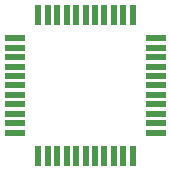
<source format=gtp>
G75*
%MOIN*%
%OFA0B0*%
%FSLAX24Y24*%
%IPPOS*%
%LPD*%
%AMOC8*
5,1,8,0,0,1.08239X$1,22.5*
%
%ADD10R,0.0709X0.0197*%
%ADD11R,0.0197X0.0709*%
D10*
X008012Y006085D03*
X008012Y006400D03*
X008012Y006715D03*
X008012Y007030D03*
X008012Y007345D03*
X008012Y007660D03*
X008012Y007975D03*
X008012Y008290D03*
X008012Y008605D03*
X008012Y008920D03*
X008012Y009235D03*
X012736Y009235D03*
X012736Y008920D03*
X012736Y008605D03*
X012736Y008290D03*
X012736Y007975D03*
X012736Y007660D03*
X012736Y007345D03*
X012736Y007030D03*
X012736Y006715D03*
X012736Y006400D03*
X012736Y006085D03*
D11*
X011949Y005298D03*
X011634Y005298D03*
X011319Y005298D03*
X011004Y005298D03*
X010689Y005298D03*
X010374Y005298D03*
X010059Y005298D03*
X009744Y005298D03*
X009429Y005298D03*
X009114Y005298D03*
X008799Y005298D03*
X008799Y010022D03*
X009114Y010022D03*
X009429Y010022D03*
X009744Y010022D03*
X010059Y010022D03*
X010374Y010022D03*
X010689Y010022D03*
X011004Y010022D03*
X011319Y010022D03*
X011634Y010022D03*
X011949Y010022D03*
M02*

</source>
